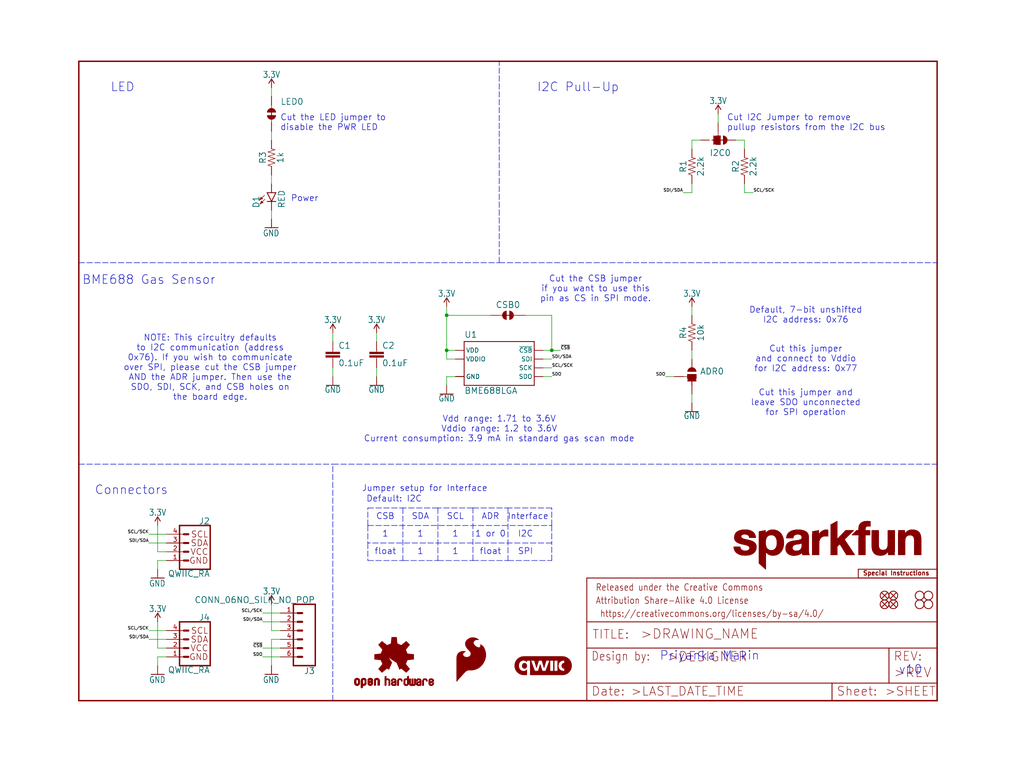
<source format=kicad_sch>
(kicad_sch (version 20211123) (generator eeschema)
  (paper "User" 297.002 223.926)
  (lib_symbols
    (symbol "eagleSchem-eagle-import:0.1UF-0603-100V-10%"
      (property "Reference" "C" (at 1.524 2.921 0))
      (property "Value" "0.1UF-0603-100V-10%" (at 1.524 -2.159 0))
      (symbol "0.1UF-0603-100V-10%_1_0"
        (pin passive line (at 0 5.08 270) (length 2.54) (name "1") (number "1"))
        (pin passive line (at 0 -2.54 90) (length 2.54) (name "2") (number "2"))
      )
    )
    (symbol "eagleSchem-eagle-import:10KOHM-0603-1{slash}10W-1%"
      (property "Reference" "R" (at 0 1.524 0))
      (property "Value" "10KOHM-0603-1{slash}10W-1%" (at 0 -1.524 0))
      (symbol "10KOHM-0603-1{slash}10W-1%_1_0"
        (pin passive line (at -5.08 0 0) (length 2.54) (name "1") (number "1"))
        (pin passive line (at 5.08 0 180) (length 2.54) (name "2") (number "2"))
      )
    )
    (symbol "eagleSchem-eagle-import:1KOHM-0603-1{slash}10W-1%"
      (property "Reference" "R" (at 0 1.524 0))
      (property "Value" "1KOHM-0603-1{slash}10W-1%" (at 0 -1.524 0))
      (symbol "1KOHM-0603-1{slash}10W-1%_1_0"
        (pin passive line (at -5.08 0 0) (length 2.54) (name "1") (number "1"))
        (pin passive line (at 5.08 0 180) (length 2.54) (name "2") (number "2"))
      )
    )
    (symbol "eagleSchem-eagle-import:2.2KOHM-0603-1{slash}10W-1%"
      (property "Reference" "R" (at 0 1.524 0))
      (property "Value" "2.2KOHM-0603-1{slash}10W-1%" (at 0 -1.524 0))
      (symbol "2.2KOHM-0603-1{slash}10W-1%_1_0"
        (pin passive line (at -5.08 0 0) (length 2.54) (name "1") (number "1"))
        (pin passive line (at 5.08 0 180) (length 2.54) (name "2") (number "2"))
      )
    )
    (symbol "eagleSchem-eagle-import:3.3V" (power)
      (property "Value" "3.3V" (at 0 2.794 0))
      (symbol "3.3V_1_0"
        (pin power_in line (at 0 0 90) (length 2.54) (name "3.3V") (number "1"))
      )
    )
    (symbol "eagleSchem-eagle-import:BME688LGA"
      (property "Reference" "U" (at -10.16 6.096 0))
      (property "Value" "BME688LGA" (at -10.16 -10.16 0))
      (symbol "BME688LGA_1_0"
        (pin power_in line (at -12.7 -5.08 0) (length 2.54) (name "GND") (number "1"))
        (pin power_in line (at 12.7 2.54 180) (length 2.54) (name "~{CSB}") (number "2"))
        (pin bidirectional line (at 12.7 0 180) (length 2.54) (name "SDI") (number "3"))
        (pin bidirectional line (at 12.7 -2.54 180) (length 2.54) (name "SCK") (number "4"))
        (pin power_in line (at 12.7 -5.08 180) (length 2.54) (name "SDO") (number "5"))
        (pin power_in line (at -12.7 0 0) (length 2.54) (name "VDDIO") (number "6"))
        (pin power_in line (at -12.7 -5.08 0) (length 2.54) (name "GND") (number "7"))
        (pin power_in line (at -12.7 2.54 0) (length 2.54) (name "VDD") (number "8"))
      )
    )
    (symbol "eagleSchem-eagle-import:CONN_06NO_SILK_NO_POP"
      (property "Reference" "J" (at -5.08 10.668 0))
      (property "Value" "CONN_06NO_SILK_NO_POP" (at -5.08 -9.906 0))
      (symbol "CONN_06NO_SILK_NO_POP_1_0"
        (pin passive line (at 5.08 -5.08 180) (length 5.08) (name "1") (number "1"))
        (pin passive line (at 5.08 -2.54 180) (length 5.08) (name "2") (number "2"))
        (pin passive line (at 5.08 0 180) (length 5.08) (name "3") (number "3"))
        (pin passive line (at 5.08 2.54 180) (length 5.08) (name "4") (number "4"))
        (pin passive line (at 5.08 5.08 180) (length 5.08) (name "5") (number "5"))
        (pin passive line (at 5.08 7.62 180) (length 5.08) (name "6") (number "6"))
      )
    )
    (symbol "eagleSchem-eagle-import:FIDUCIALUFIDUCIAL")
    (symbol "eagleSchem-eagle-import:FRAME-LETTER"
      (symbol "FRAME-LETTER_2_0"
        (text " https://creativecommons.org/licenses/by-sa/4.0/" (at 2.54 24.13 0) (effects (font (size 1.9304 1.6408)) (justify left bottom)))
        (text ">DESIGNER" (at 23.114 11.176 0) (effects (font (size 2.7432 2.7432)) (justify left bottom)))
        (text ">DRAWING_NAME" (at 15.494 17.78 0) (effects (font (size 2.7432 2.7432)) (justify left bottom)))
        (text ">LAST_DATE_TIME" (at 12.7 1.27 0) (effects (font (size 2.54 2.54)) (justify left bottom)))
        (text ">REV" (at 88.9 6.604 0) (effects (font (size 2.7432 2.7432)) (justify left bottom)))
        (text ">SHEET" (at 86.36 1.27 0) (effects (font (size 2.54 2.54)) (justify left bottom)))
        (text "Attribution Share-Alike 4.0 License" (at 2.54 27.94 0) (effects (font (size 1.9304 1.6408)) (justify left bottom)))
        (text "Date:" (at 1.27 1.27 0) (effects (font (size 2.54 2.54)) (justify left bottom)))
        (text "Design by:" (at 1.27 11.43 0) (effects (font (size 2.54 2.159)) (justify left bottom)))
        (text "Released under the Creative Commons" (at 2.54 31.75 0) (effects (font (size 1.9304 1.6408)) (justify left bottom)))
        (text "REV:" (at 88.9 11.43 0) (effects (font (size 2.54 2.54)) (justify left bottom)))
        (text "Sheet:" (at 72.39 1.27 0) (effects (font (size 2.54 2.54)) (justify left bottom)))
        (text "TITLE:" (at 1.524 17.78 0) (effects (font (size 2.54 2.54)) (justify left bottom)))
      )
    )
    (symbol "eagleSchem-eagle-import:GND" (power)
      (property "Value" "GND" (at 0 -0.254 0))
      (symbol "GND_1_0"
        (pin power_in line (at 0 2.54 270) (length 2.54) (name "GND") (number "1"))
      )
    )
    (symbol "eagleSchem-eagle-import:JUMPER-SMT_2_NC_TRACE_SILK"
      (property "Reference" "JP" (at 0 3.048 0))
      (property "Value" "JUMPER-SMT_2_NC_TRACE_SILK" (at 0 -3.048 0))
      (symbol "JUMPER-SMT_2_NC_TRACE_SILK_1_0"
        (pin passive line (at -5.08 0 0) (length 2.54) (name "1") (number "1"))
        (pin passive line (at 5.08 0 180) (length 2.54) (name "2") (number "2"))
      )
    )
    (symbol "eagleSchem-eagle-import:JUMPER-SMT_3_1-NC_TRACE_SILK"
      (property "Reference" "JP" (at 5.842 1.524 0))
      (property "Value" "JUMPER-SMT_3_1-NC_TRACE_SILK" (at 6.604 -1.27 0))
      (symbol "JUMPER-SMT_3_1-NC_TRACE_SILK_1_0"
        (pin passive line (at 0 5.08 270) (length 2.54) (name "1") (number "1"))
        (pin passive line (at -5.08 0 0) (length 2.54) (name "2") (number "2"))
        (pin passive line (at 0 -5.08 90) (length 2.54) (name "3") (number "3"))
      )
    )
    (symbol "eagleSchem-eagle-import:JUMPER-SMT_3_2-NC_TRACE_SILK"
      (property "Reference" "JP" (at 6.096 1.524 0))
      (property "Value" "JUMPER-SMT_3_2-NC_TRACE_SILK" (at 6.858 -1.524 0))
      (symbol "JUMPER-SMT_3_2-NC_TRACE_SILK_1_0"
        (pin passive line (at 0 5.08 270) (length 2.54) (name "1") (number "1"))
        (pin passive line (at -5.08 0 0) (length 2.54) (name "2") (number "2"))
        (pin passive line (at 0 -5.08 90) (length 2.54) (name "3") (number "3"))
      )
    )
    (symbol "eagleSchem-eagle-import:LED-RED0603"
      (property "Reference" "D" (at -3.429 -4.572 90))
      (property "Value" "LED-RED0603" (at 1.905 -4.572 90))
      (symbol "LED-RED0603_1_0"
        (pin passive line (at 0 2.54 270) (length 2.54) (name "A") (number "A"))
        (pin passive line (at 0 -5.08 90) (length 2.54) (name "C") (number "C"))
      )
    )
    (symbol "eagleSchem-eagle-import:OSHW-LOGOS")
    (symbol "eagleSchem-eagle-import:QWIIC_CONNECTORJS-1MM"
      (property "Reference" "J" (at -5.08 7.874 0))
      (property "Value" "QWIIC_CONNECTORJS-1MM" (at -5.08 -5.334 0))
      (symbol "QWIIC_CONNECTORJS-1MM_1_0"
        (text "GND" (at -4.572 -2.54 0) (effects (font (size 1.778 1.778)) (justify left)))
        (text "SCL" (at -4.572 5.08 0) (effects (font (size 1.778 1.778)) (justify left)))
        (text "SDA" (at -4.572 2.54 0) (effects (font (size 1.778 1.778)) (justify left)))
        (text "VCC" (at -4.572 0 0) (effects (font (size 1.778 1.778)) (justify left)))
        (pin power_in line (at 7.62 -2.54 180) (length 5.08) (name "1") (number "1"))
        (pin power_in line (at 7.62 0 180) (length 5.08) (name "2") (number "2"))
        (pin passive line (at 7.62 2.54 180) (length 5.08) (name "3") (number "3"))
        (pin passive line (at 7.62 5.08 180) (length 5.08) (name "4") (number "4"))
      )
    )
    (symbol "eagleSchem-eagle-import:QWIIC_LOGO_5MM")
    (symbol "eagleSchem-eagle-import:SFE_LOGO_FLAME.1_INCH")
    (symbol "eagleSchem-eagle-import:SFE_LOGO_NAME.1_INCH")
    (symbol "eagleSchem-eagle-import:SPECIAL_INSTRUCTIONS-ORDERING"
      (symbol "SPECIAL_INSTRUCTIONS-ORDERING_1_0"
        (text "Special Instructions" (at 1.27 0.6985 0) (effects (font (size 1.27 1.27) (thickness 0.254) bold) (justify left bottom)))
      )
    )
    (symbol "eagleSchem-eagle-import:STAND-OFF")
  )
  (junction (at 129.54 91.44))
  (junction (at 129.54 101.6))
  (junction (at 160.02 101.6))
  (wire (pts (xy 215.9 40.64) (xy 215.9 43.18)))
  (wire (pts (xy 157.48 106.68) (xy 160.02 106.68)))
  (polyline (pts (xy 106.68 152.4) (xy 160.02 152.4)))
  (polyline (pts (xy 116.84 162.56) (xy 127 162.56)))
  (wire (pts (xy 157.48 101.6) (xy 160.02 101.6)))
  (wire (pts (xy 157.48 104.14) (xy 160.02 104.14)))
  (wire (pts (xy 200.66 88.9) (xy 200.66 91.44)))
  (wire (pts (xy 48.26 160.02) (xy 45.72 160.02)))
  (wire (pts (xy 81.28 185.42) (xy 78.74 185.42)))
  (polyline (pts (xy 147.32 162.56) (xy 160.02 162.56)))
  (polyline (pts (xy 106.68 152.4) (xy 106.68 147.32)))
  (wire (pts (xy 96.52 96.52) (xy 96.52 99.06)))
  (wire (pts (xy 45.72 160.02) (xy 45.72 152.4)))
  (wire (pts (xy 200.66 55.88) (xy 198.12 55.88)))
  (wire (pts (xy 132.08 109.22) (xy 129.54 109.22)))
  (wire (pts (xy 157.48 109.22) (xy 160.02 109.22)))
  (wire (pts (xy 96.52 109.22) (xy 96.52 106.68)))
  (polyline (pts (xy 137.16 147.32) (xy 147.32 147.32)))
  (wire (pts (xy 78.74 27.94) (xy 78.74 25.4)))
  (polyline (pts (xy 137.16 162.56) (xy 147.32 162.56)))
  (wire (pts (xy 200.66 116.84) (xy 200.66 114.3)))
  (wire (pts (xy 200.66 43.18) (xy 200.66 40.64)))
  (polyline (pts (xy 144.78 76.2) (xy 271.78 76.2)))
  (wire (pts (xy 45.72 162.56) (xy 45.72 165.1)))
  (polyline (pts (xy 106.68 162.56) (xy 116.84 162.56)))
  (wire (pts (xy 160.02 101.6) (xy 162.56 101.6)))
  (wire (pts (xy 81.28 180.34) (xy 76.2 180.34)))
  (wire (pts (xy 45.72 187.96) (xy 45.72 180.34)))
  (wire (pts (xy 200.66 40.64) (xy 203.2 40.64)))
  (wire (pts (xy 208.28 33.02) (xy 208.28 35.56)))
  (wire (pts (xy 200.66 101.6) (xy 200.66 104.14)))
  (wire (pts (xy 45.72 190.5) (xy 45.72 193.04)))
  (polyline (pts (xy 127 162.56) (xy 137.16 162.56)))
  (polyline (pts (xy 144.78 76.2) (xy 144.78 17.78)))
  (wire (pts (xy 129.54 109.22) (xy 129.54 111.76)))
  (polyline (pts (xy 106.68 147.32) (xy 116.84 147.32)))
  (polyline (pts (xy 22.86 134.62) (xy 96.52 134.62)))
  (polyline (pts (xy 160.02 147.32) (xy 147.32 147.32)))
  (polyline (pts (xy 96.52 134.62) (xy 271.78 134.62)))
  (polyline (pts (xy 137.16 147.32) (xy 127 147.32)))
  (wire (pts (xy 132.08 104.14) (xy 129.54 104.14)))
  (wire (pts (xy 81.28 190.5) (xy 76.2 190.5)))
  (polyline (pts (xy 147.32 147.32) (xy 147.32 162.56)))
  (wire (pts (xy 215.9 55.88) (xy 218.44 55.88)))
  (wire (pts (xy 109.22 96.52) (xy 109.22 99.06)))
  (wire (pts (xy 48.26 190.5) (xy 45.72 190.5)))
  (wire (pts (xy 78.74 40.64) (xy 78.74 38.1)))
  (wire (pts (xy 48.26 185.42) (xy 43.18 185.42)))
  (wire (pts (xy 81.28 177.8) (xy 76.2 177.8)))
  (wire (pts (xy 78.74 185.42) (xy 78.74 193.04)))
  (wire (pts (xy 129.54 101.6) (xy 129.54 104.14)))
  (wire (pts (xy 160.02 91.44) (xy 160.02 101.6)))
  (polyline (pts (xy 137.16 162.56) (xy 137.16 147.32)))
  (wire (pts (xy 81.28 182.88) (xy 78.74 182.88)))
  (wire (pts (xy 215.9 53.34) (xy 215.9 55.88)))
  (polyline (pts (xy 106.68 157.48) (xy 106.68 162.56)))
  (wire (pts (xy 81.28 187.96) (xy 76.2 187.96)))
  (polyline (pts (xy 160.02 157.48) (xy 106.68 157.48)))
  (polyline (pts (xy 127 147.32) (xy 116.84 147.32)))
  (polyline (pts (xy 106.68 152.4) (xy 106.68 157.48)))
  (wire (pts (xy 48.26 187.96) (xy 45.72 187.96)))
  (polyline (pts (xy 96.52 203.2) (xy 96.52 134.62)))
  (wire (pts (xy 142.24 91.44) (xy 129.54 91.44)))
  (wire (pts (xy 129.54 88.9) (xy 129.54 91.44)))
  (wire (pts (xy 78.74 63.5) (xy 78.74 60.96)))
  (wire (pts (xy 48.26 154.94) (xy 43.18 154.94)))
  (wire (pts (xy 78.74 182.88) (xy 78.74 175.26)))
  (wire (pts (xy 132.08 101.6) (xy 129.54 101.6)))
  (wire (pts (xy 129.54 91.44) (xy 129.54 101.6)))
  (wire (pts (xy 48.26 182.88) (xy 43.18 182.88)))
  (polyline (pts (xy 160.02 162.56) (xy 160.02 157.48)))
  (polyline (pts (xy 160.02 152.4) (xy 160.02 157.48)))
  (wire (pts (xy 195.58 109.22) (xy 193.04 109.22)))
  (polyline (pts (xy 160.02 152.4) (xy 160.02 147.32)))
  (wire (pts (xy 109.22 109.22) (xy 109.22 106.68)))
  (wire (pts (xy 48.26 157.48) (xy 43.18 157.48)))
  (wire (pts (xy 78.74 53.34) (xy 78.74 50.8)))
  (wire (pts (xy 48.26 162.56) (xy 45.72 162.56)))
  (wire (pts (xy 200.66 55.88) (xy 200.66 53.34)))
  (polyline (pts (xy 116.84 147.32) (xy 116.84 162.56)))
  (wire (pts (xy 152.4 91.44) (xy 160.02 91.44)))
  (polyline (pts (xy 22.86 76.2) (xy 144.78 76.2)))
  (wire (pts (xy 213.36 40.64) (xy 215.9 40.64)))
  (polyline (pts (xy 127 147.32) (xy 127 162.56)))
  (text "NOTE: This circuitry defaults\nto I2C communication (address\n0x76). If you wish to communicate\nover SPI, please cut the CSB jumper\nAND the ADR jumper. Then use the\nSDO, SDI, SCK, and CSB holes on\nthe board edge." (at 60.96 106.68 0) (effects (font (size 1.778 1.778))))
  (text "SDA" (at 121.92 149.86 180) (effects (font (size 1.778 1.778))))
  (text "1" (at 121.92 160.02 180) (effects (font (size 1.778 1.778))))
  (text "Default: I2C" (at 114.3 144.78 180) (effects (font (size 1.778 1.778))))
  (text "CSB" (at 111.76 149.86 180) (effects (font (size 1.778 1.778))))
  (text "I2C" (at 152.4 154.94 180) (effects (font (size 1.778 1.778))))
  (text "SCL" (at 132.08 149.86 180) (effects (font (size 1.778 1.778))))
  (text "Vdd range: 1.71 to 3.6V\nVddio range: 1.2 to 3.6V\nCurrent consumption: 3.9 mA in standard gas scan mode" (at 144.78 124.46 0) (effects (font (size 1.778 1.778))))
  (text "ADR" (at 142.24 149.86 180) (effects (font (size 1.778 1.778))))
  (text "Power" (at 84.328 58.674 180) (effects (font (size 1.778 1.778)) (justify left bottom)))
  (text "1" (at 111.76 154.94 180) (effects (font (size 1.778 1.778))))
  (text "1" (at 132.08 154.94 180) (effects (font (size 1.778 1.778))))
  (text "Cut this jumper and\nleave SDO unconnected\nfor SPI operation~{}" (at 233.68 116.84 0) (effects (font (size 1.778 1.778))))
  (text "Interface" (at 153.162 149.86 180) (effects (font (size 1.778 1.778))))
  (text "Cut the CSB jumper\nif you want to use this\npin as CS in SPI mode." (at 172.72 83.82 0) (effects (font (size 1.778 1.778))))
  (text "Jumper setup for Interface" (at 123.19 141.732 180) (effects (font (size 1.778 1.778))))
  (text "Cut this jumper\nand connect to Vddio\nfor I2C address: 0x77" (at 233.68 104.14 0) (effects (font (size 1.778 1.778))))
  (text "1 or 0" (at 142.24 154.94 180) (effects (font (size 1.778 1.778))))
  (text "Cut the LED jumper to\ndisable the PWR LED" (at 81.28 38.1 180) (effects (font (size 1.778 1.778)) (justify left bottom)))
  (text "float" (at 111.76 160.02 180) (effects (font (size 1.778 1.778))))
  (text "Connectors" (at 38.1 142.24 180) (effects (font (size 2.54 2.54))))
  (text "Cut I2C Jumper to remove\npullup resistors from the I2C bus" (at 210.82 38.1 0) (effects (font (size 1.778 1.778)) (justify left bottom)))
  (text "SPI" (at 152.4 160.02 180) (effects (font (size 1.778 1.778))))
  (text "LED" (at 35.56 25.4 180) (effects (font (size 2.54 2.54))))
  (text "v10" (at 260.604 195.834 180) (effects (font (size 2.54 2.54)) (justify left bottom)))
  (text "Priyanka Makin" (at 191.262 191.77 180) (effects (font (size 2.54 2.54)) (justify left bottom)))
  (text "Default, 7-bit unshifted\nI2C address: 0x76" (at 233.68 91.44 180) (effects (font (size 1.778 1.778))))
  (text "float" (at 142.24 160.02 180) (effects (font (size 1.778 1.778))))
  (text "1" (at 121.92 154.94 180) (effects (font (size 1.778 1.778))))
  (text "I2C Pull-Up" (at 167.64 25.4 180) (effects (font (size 2.54 2.54))))
  (text "1" (at 132.08 160.02 180) (effects (font (size 1.778 1.778))))
  (text "BME688 Gas Sensor" (at 43.18 81.28 180) (effects (font (size 2.54 2.54))))
  (label "SDO" (at 193.04 109.22 180) (effects (font (size 0.889 0.889))))
  (label "SDI/SDA" (at 43.18 157.48 180) (effects (font (size 0.889 0.889))))
  (label "SDI/SDA" (at 160.02 104.14 0) (effects (font (size 0.889 0.889))))
  (label "SDI/SDA" (at 76.2 180.34 180) (effects (font (size 0.889 0.889))))
  (label "SCL/SCK" (at 218.44 55.88 0) (effects (font (size 0.889 0.889))))
  (label "SCL/SCK" (at 43.18 182.88 180) (effects (font (size 0.889 0.889))))
  (label "SCL/SCK" (at 76.2 177.8 180) (effects (font (size 0.889 0.889))))
  (label "SCL/SCK" (at 43.18 154.94 180) (effects (font (size 0.889 0.889))))
  (label "~{CSB}" (at 76.2 187.96 180) (effects (font (size 0.889 0.889))))
  (label "SCL/SCK" (at 160.02 106.68 0) (effects (font (size 0.889 0.889))))
  (label "SDO" (at 76.2 190.5 180) (effects (font (size 0.889 0.889))))
  (label "SDO" (at 160.02 109.22 0) (effects (font (size 0.889 0.889))))
  (label "~{CSB}" (at 162.56 101.6 0) (effects (font (size 0.889 0.889))))
  (label "SDI/SDA" (at 43.18 185.42 180) (effects (font (size 0.889 0.889))))
  (label "SDI/SDA" (at 198.12 55.88 180) (effects (font (size 0.889 0.889))))
  (symbol (lib_id "eagleSchem-eagle-import:3.3V") (at 208.28 33.02 0) (unit 1)
    (property "Reference" "#SUPPLY9" (effects hide))
    (property "Value" "3.3V" (at 208.28 30.226 0) (effects (font (size 1.778 1.5113)) (justify bottom)))
    (property "Footprint" "eagleSchem:" (effects hide))
  )
  (symbol (lib_id "eagleSchem-eagle-import:SPECIAL_INSTRUCTIONS-ORDERING") (at 248.92 167.64 0) (unit 1)
    (property "Reference" "LOGO1" (effects hide))
    (property "Value" "SPECIAL_INSTRUCTIONS-ORDERING" (effects hide))
    (property "Footprint" "eagleSchem:ORDERING_INSTRUCTIONS" (effects hide))
  )
  (symbol (lib_id "eagleSchem-eagle-import:FIDUCIALUFIDUCIAL") (at 256.54 172.72 0) (unit 1)
    (property "Reference" "JP2" (effects hide))
    (property "Value" "FIDUCIALUFIDUCIAL" (effects hide))
    (property "Footprint" "eagleSchem:FIDUCIAL-MICRO" (effects hide))
  )
  (symbol (lib_id "eagleSchem-eagle-import:GND") (at 200.66 119.38 0) (unit 1)
    (property "Reference" "#GND2" (effects hide))
    (property "Value" "GND" (at 200.66 119.634 0) (effects (font (size 1.778 1.5113)) (justify top)))
    (property "Footprint" "eagleSchem:" (effects hide))
  )
  (symbol (lib_id "eagleSchem-eagle-import:3.3V") (at 129.54 88.9 0) (unit 1)
    (property "Reference" "#SUPPLY1" (effects hide))
    (property "Value" "3.3V" (at 129.54 86.106 0) (effects (font (size 1.778 1.5113)) (justify bottom)))
    (property "Footprint" "eagleSchem:" (effects hide))
  )
  (symbol (lib_id "eagleSchem-eagle-import:JUMPER-SMT_2_NC_TRACE_SILK") (at 78.74 33.02 90) (unit 1)
    (property "Reference" "LED0" (at 81.28 30.48 90) (effects (font (size 1.778 1.778)) (justify right top)))
    (property "Value" "JUMPER-SMT_2_NC_TRACE_SILK" (effects hide))
    (property "Footprint" "eagleSchem:SMT-JUMPER_2_NC_TRACE_SILK" (effects hide))
  )
  (symbol (lib_id "eagleSchem-eagle-import:0.1UF-0603-100V-10%") (at 109.22 104.14 0) (unit 1)
    (property "Reference" "C2" (at 110.744 101.219 0) (effects (font (size 1.778 1.778)) (justify left bottom)))
    (property "Value" "0.1uF" (at 110.744 106.299 0) (effects (font (size 1.778 1.778)) (justify left bottom)))
    (property "Footprint" "eagleSchem:0603" (effects hide))
  )
  (symbol (lib_id "eagleSchem-eagle-import:FRAME-LETTER") (at 22.86 203.2 0) (unit 1)
    (property "Reference" "FRAME1" (effects hide))
    (property "Value" "FRAME-LETTER" (effects hide))
    (property "Footprint" "eagleSchem:CREATIVE_COMMONS" (effects hide))
  )
  (symbol (lib_id "eagleSchem-eagle-import:JUMPER-SMT_2_NC_TRACE_SILK") (at 147.32 91.44 0) (unit 1)
    (property "Reference" "CSB0" (at 147.32 88.392 0) (effects (font (size 1.778 1.778))))
    (property "Value" "JUMPER-SMT_2_NC_TRACE_SILK" (effects hide))
    (property "Footprint" "eagleSchem:SMT-JUMPER_2_NC_TRACE_SILK" (effects hide))
  )
  (symbol (lib_id "eagleSchem-eagle-import:FIDUCIALUFIDUCIAL") (at 259.08 175.26 0) (unit 1)
    (property "Reference" "JP1" (effects hide))
    (property "Value" "FIDUCIALUFIDUCIAL" (effects hide))
    (property "Footprint" "eagleSchem:FIDUCIAL-MICRO" (effects hide))
  )
  (symbol (lib_id "eagleSchem-eagle-import:2.2KOHM-0603-1{slash}10W-1%") (at 200.66 48.26 90) (unit 1)
    (property "Reference" "R1" (at 199.136 48.26 0) (effects (font (size 1.778 1.778)) (justify bottom)))
    (property "Value" "2.2k" (at 202.184 48.26 0) (effects (font (size 1.778 1.778)) (justify top)))
    (property "Footprint" "eagleSchem:0603" (effects hide))
  )
  (symbol (lib_id "eagleSchem-eagle-import:GND") (at 109.22 111.76 0) (unit 1)
    (property "Reference" "#GND5" (effects hide))
    (property "Value" "GND" (at 109.22 112.014 0) (effects (font (size 1.778 1.5113)) (justify top)))
    (property "Footprint" "eagleSchem:" (effects hide))
  )
  (symbol (lib_id "eagleSchem-eagle-import:STAND-OFF") (at 269.24 175.26 0) (unit 1)
    (property "Reference" "JP4" (effects hide))
    (property "Value" "STAND-OFF" (effects hide))
    (property "Footprint" "eagleSchem:STAND-OFF" (effects hide))
  )
  (symbol (lib_id "eagleSchem-eagle-import:SFE_LOGO_FLAME.1_INCH") (at 132.08 198.12 0) (unit 1)
    (property "Reference" "LOGO4" (effects hide))
    (property "Value" "SFE_LOGO_FLAME.1_INCH" (effects hide))
    (property "Footprint" "eagleSchem:SFE_LOGO_FLAME_.1" (effects hide))
  )
  (symbol (lib_id "eagleSchem-eagle-import:GND") (at 96.52 111.76 0) (unit 1)
    (property "Reference" "#GND4" (effects hide))
    (property "Value" "GND" (at 96.52 112.014 0) (effects (font (size 1.778 1.5113)) (justify top)))
    (property "Footprint" "eagleSchem:" (effects hide))
  )
  (symbol (lib_id "eagleSchem-eagle-import:BME688LGA") (at 144.78 104.14 0) (unit 1)
    (property "Reference" "U1" (at 134.62 98.044 0) (effects (font (size 1.778 1.778)) (justify left bottom)))
    (property "Value" "BME688LGA" (at 134.62 114.3 0) (effects (font (size 1.778 1.778)) (justify left bottom)))
    (property "Footprint" "eagleSchem:LGA_8PIN" (effects hide))
  )
  (symbol (lib_id "eagleSchem-eagle-import:JUMPER-SMT_3_2-NC_TRACE_SILK") (at 208.28 40.64 270) (unit 1)
    (property "Reference" "I2C0" (at 205.74 45.339 90) (effects (font (size 1.778 1.778)) (justify left bottom)))
    (property "Value" "JUMPER-SMT_3_2-NC_TRACE_SILK" (effects hide))
    (property "Footprint" "eagleSchem:SMT-JUMPER_3_2-NC_TRACE_SILK" (effects hide))
  )
  (symbol (lib_id "eagleSchem-eagle-import:OSHW-LOGOS") (at 114.3 190.5 0) (unit 1)
    (property "Reference" "LOGO5" (effects hide))
    (property "Value" "OSHW-LOGOS" (effects hide))
    (property "Footprint" "eagleSchem:OSHW-LOGO-S" (effects hide))
  )
  (symbol (lib_id "eagleSchem-eagle-import:CONN_06NO_SILK_NO_POP") (at 86.36 182.88 180) (unit 1)
    (property "Reference" "J3" (at 91.44 193.548 0) (effects (font (size 1.778 1.778)) (justify left bottom)))
    (property "Value" "CONN_06NO_SILK_NO_POP" (at 91.44 172.974 0) (effects (font (size 1.778 1.778)) (justify left bottom)))
    (property "Footprint" "eagleSchem:1X06_NO_SILK" (effects hide))
  )
  (symbol (lib_id "eagleSchem-eagle-import:STAND-OFF") (at 266.7 172.72 0) (unit 1)
    (property "Reference" "JP7" (effects hide))
    (property "Value" "STAND-OFF" (effects hide))
    (property "Footprint" "eagleSchem:STAND-OFF" (effects hide))
  )
  (symbol (lib_id "eagleSchem-eagle-import:LED-RED0603") (at 78.74 55.88 0) (unit 1)
    (property "Reference" "D1" (at 75.311 60.452 90) (effects (font (size 1.778 1.778)) (justify left bottom)))
    (property "Value" "RED" (at 80.645 60.452 90) (effects (font (size 1.778 1.778)) (justify left top)))
    (property "Footprint" "eagleSchem:LED-0603" (effects hide))
  )
  (symbol (lib_id "eagleSchem-eagle-import:3.3V") (at 109.22 96.52 0) (unit 1)
    (property "Reference" "#SUPPLY3" (effects hide))
    (property "Value" "3.3V" (at 109.22 93.726 0) (effects (font (size 1.778 1.5113)) (justify bottom)))
    (property "Footprint" "eagleSchem:" (effects hide))
  )
  (symbol (lib_id "eagleSchem-eagle-import:QWIIC_LOGO_5MM") (at 157.48 193.04 0) (unit 1)
    (property "Reference" "LOGO2" (effects hide))
    (property "Value" "QWIIC_LOGO_5MM" (effects hide))
    (property "Footprint" "eagleSchem:QWIIC_5MM" (effects hide))
  )
  (symbol (lib_id "eagleSchem-eagle-import:FIDUCIALUFIDUCIAL") (at 256.54 175.26 0) (unit 1)
    (property "Reference" "JP5" (effects hide))
    (property "Value" "FIDUCIALUFIDUCIAL" (effects hide))
    (property "Footprint" "eagleSchem:FIDUCIAL-MICRO" (effects hide))
  )
  (symbol (lib_id "eagleSchem-eagle-import:2.2KOHM-0603-1{slash}10W-1%") (at 215.9 48.26 90) (unit 1)
    (property "Reference" "R2" (at 214.376 48.26 0) (effects (font (size 1.778 1.778)) (justify bottom)))
    (property "Value" "2.2k" (at 217.424 48.26 0) (effects (font (size 1.778 1.778)) (justify top)))
    (property "Footprint" "eagleSchem:0603" (effects hide))
  )
  (symbol (lib_id "eagleSchem-eagle-import:GND") (at 129.54 114.3 0) (unit 1)
    (property "Reference" "#GND1" (effects hide))
    (property "Value" "GND" (at 129.54 114.554 0) (effects (font (size 1.778 1.5113)) (justify top)))
    (property "Footprint" "eagleSchem:" (effects hide))
  )
  (symbol (lib_id "eagleSchem-eagle-import:GND") (at 45.72 167.64 0) (unit 1)
    (property "Reference" "#GND6" (effects hide))
    (property "Value" "GND" (at 43.18 170.18 0) (effects (font (size 1.778 1.5113)) (justify left bottom)))
    (property "Footprint" "eagleSchem:" (effects hide))
  )
  (symbol (lib_id "eagleSchem-eagle-import:QWIIC_CONNECTORJS-1MM") (at 55.88 187.96 0) (mirror y) (unit 1)
    (property "Reference" "J4" (at 60.96 180.086 0) (effects (font (size 1.778 1.778)) (justify left bottom)))
    (property "Value" "QWIIC_RA" (at 60.96 193.294 0) (effects (font (size 1.778 1.778)) (justify left top)))
    (property "Footprint" "eagleSchem:JST04_1MM_RA" (effects hide))
  )
  (symbol (lib_id "eagleSchem-eagle-import:GND") (at 45.72 195.58 0) (unit 1)
    (property "Reference" "#GND8" (effects hide))
    (property "Value" "GND" (at 43.18 198.12 0) (effects (font (size 1.778 1.5113)) (justify left bottom)))
    (property "Footprint" "eagleSchem:" (effects hide))
  )
  (symbol (lib_id "eagleSchem-eagle-import:STAND-OFF") (at 269.24 172.72 0) (unit 1)
    (property "Reference" "JP3" (effects hide))
    (property "Value" "STAND-OFF" (effects hide))
    (property "Footprint" "eagleSchem:STAND-OFF" (effects hide))
  )
  (symbol (lib_id "eagleSchem-eagle-import:3.3V") (at 45.72 180.34 0) (unit 1)
    (property "Reference" "#SUPPLY8" (effects hide))
    (property "Value" "3.3V" (at 45.72 177.546 0) (effects (font (size 1.778 1.5113)) (justify bottom)))
    (property "Footprint" "eagleSchem:" (effects hide))
  )
  (symbol (lib_id "eagleSchem-eagle-import:0.1UF-0603-100V-10%") (at 96.52 104.14 0) (unit 1)
    (property "Reference" "C1" (at 98.044 101.219 0) (effects (font (size 1.778 1.778)) (justify left bottom)))
    (property "Value" "0.1uF" (at 98.044 106.299 0) (effects (font (size 1.778 1.778)) (justify left bottom)))
    (property "Footprint" "eagleSchem:0603" (effects hide))
  )
  (symbol (lib_id "eagleSchem-eagle-import:JUMPER-SMT_3_1-NC_TRACE_SILK") (at 200.66 109.22 0) (unit 1)
    (property "Reference" "ADR0" (at 206.502 107.696 0) (effects (font (size 1.778 1.778))))
    (property "Value" "JUMPER-SMT_3_1-NC_TRACE_SILK" (effects hide))
    (property "Footprint" "eagleSchem:SMT-JUMPER_3_1-NC_TRACE_SILK" (effects hide))
  )
  (symbol (lib_id "eagleSchem-eagle-import:1KOHM-0603-1{slash}10W-1%") (at 78.74 45.72 90) (unit 1)
    (property "Reference" "R3" (at 77.216 45.72 0) (effects (font (size 1.778 1.778)) (justify bottom)))
    (property "Value" "1k" (at 80.264 45.72 0) (effects (font (size 1.778 1.778)) (justify top)))
    (property "Footprint" "eagleSchem:0603" (effects hide))
  )
  (symbol (lib_id "eagleSchem-eagle-import:FRAME-LETTER") (at 170.18 203.2 0) (unit 2)
    (property "Reference" "FRAME1" (effects hide))
    (property "Value" "FRAME-LETTER" (effects hide))
    (property "Footprint" "eagleSchem:CREATIVE_COMMONS" (effects hide))
  )
  (symbol (lib_id "eagleSchem-eagle-import:3.3V") (at 78.74 25.4 0) (unit 1)
    (property "Reference" "#SUPPLY10" (effects hide))
    (property "Value" "3.3V" (at 78.74 22.606 0) (effects (font (size 1.778 1.5113)) (justify bottom)))
    (property "Footprint" "eagleSchem:" (effects hide))
  )
  (symbol (lib_id "eagleSchem-eagle-import:3.3V") (at 45.72 152.4 0) (unit 1)
    (property "Reference" "#SUPPLY4" (effects hide))
    (property "Value" "3.3V" (at 45.72 149.606 0) (effects (font (size 1.778 1.5113)) (justify bottom)))
    (property "Footprint" "eagleSchem:" (effects hide))
  )
  (symbol (lib_id "eagleSchem-eagle-import:3.3V") (at 78.74 175.26 0) (unit 1)
    (property "Reference" "#SUPPLY7" (effects hide))
    (property "Value" "3.3V" (at 78.74 172.466 0) (effects (font (size 1.778 1.5113)) (justify bottom)))
    (property "Footprint" "eagleSchem:" (effects hide))
  )
  (symbol (lib_id "eagleSchem-eagle-import:GND") (at 78.74 66.04 0) (unit 1)
    (property "Reference" "#GND3" (effects hide))
    (property "Value" "GND" (at 76.2 68.58 0) (effects (font (size 1.778 1.5113)) (justify left bottom)))
    (property "Footprint" "eagleSchem:" (effects hide))
  )
  (symbol (lib_id "eagleSchem-eagle-import:3.3V") (at 200.66 88.9 0) (unit 1)
    (property "Reference" "#SUPPLY5" (effects hide))
    (property "Value" "3.3V" (at 200.66 86.106 0) (effects (font (size 1.778 1.5113)) (justify bottom)))
    (property "Footprint" "eagleSchem:" (effects hide))
  )
  (symbol (lib_id "eagleSchem-eagle-import:STAND-OFF") (at 266.7 175.26 0) (unit 1)
    (property "Reference" "JP8" (effects hide))
    (property "Value" "STAND-OFF" (effects hide))
    (property "Footprint" "eagleSchem:STAND-OFF" (effects hide))
  )
  (symbol (lib_id "eagleSchem-eagle-import:QWIIC_CONNECTORJS-1MM") (at 55.88 160.02 0) (mirror y) (unit 1)
    (property "Reference" "J2" (at 60.96 152.146 0) (effects (font (size 1.778 1.778)) (justify left bottom)))
    (property "Value" "QWIIC_RA" (at 60.96 165.354 0) (effects (font (size 1.778 1.778)) (justify left top)))
    (property "Footprint" "eagleSchem:JST04_1MM_RA" (effects hide))
  )
  (symbol (lib_id "eagleSchem-eagle-import:10KOHM-0603-1{slash}10W-1%") (at 200.66 96.52 90) (unit 1)
    (property "Reference" "R4" (at 199.136 96.52 0) (effects (font (size 1.778 1.778)) (justify bottom)))
    (property "Value" "10k" (at 202.184 96.52 0) (effects (font (size 1.778 1.778)) (justify top)))
    (property "Footprint" "eagleSchem:0603" (effects hide))
  )
  (symbol (lib_id "eagleSchem-eagle-import:3.3V") (at 96.52 96.52 0) (unit 1)
    (property "Reference" "#SUPPLY2" (effects hide))
    (property "Value" "3.3V" (at 96.52 93.726 0) (effects (font (size 1.778 1.5113)) (justify bottom)))
    (property "Footprint" "eagleSchem:" (effects hide))
  )
  (symbol (lib_id "eagleSchem-eagle-import:FIDUCIALUFIDUCIAL") (at 259.08 172.72 0) (unit 1)
    (property "Reference" "JP6" (effects hide))
    (property "Value" "FIDUCIALUFIDUCIAL" (effects hide))
    (property "Footprint" "eagleSchem:FIDUCIAL-MICRO" (effects hide))
  )
  (symbol (lib_id "eagleSchem-eagle-import:SFE_LOGO_NAME.1_INCH") (at 210.82 165.1 0) (unit 1)
    (property "Reference" "LOGO3" (effects hide))
    (property "Value" "SFE_LOGO_NAME.1_INCH" (effects hide))
    (property "Footprint" "eagleSchem:SFE_LOGO_NAME_.1" (effects hide))
  )
  (symbol (lib_id "eagleSchem-eagle-import:SFE_LOGO_NAME.1_INCH") (at 210.82 165.1 0) (unit 1)
    (property "Reference" "LOGO6" (effects hide))
    (property "Value" "SFE_LOGO_NAME.1_INCH" (effects hide))
    (property "Footprint" "eagleSchem:SFE_LOGO_NAME_.1" (effects hide))
  )
  (symbol (lib_id "eagleSchem-eagle-import:GND") (at 78.74 195.58 0) (unit 1)
    (property "Reference" "#GND7" (effects hide))
    (property "Value" "GND" (at 76.2 198.12 0) (effects (font (size 1.778 1.5113)) (justify left bottom)))
    (property "Footprint" "eagleSchem:" (effects hide))
  )
)
</source>
